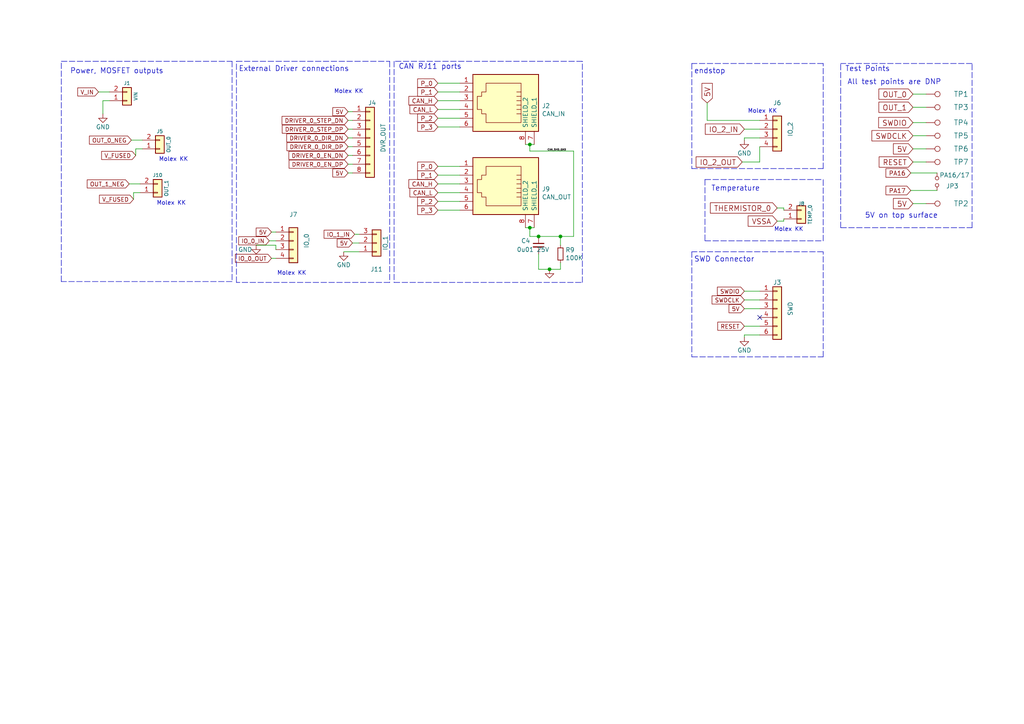
<source format=kicad_sch>
(kicad_sch (version 20211123) (generator eeschema)
  (paper "A4")
  (title_block (title "Duet 3 Expansion 1XD") (date "2022-12-08") (rev "1.1") (company "Duet3D") (comment 1 "(c) Duet3D") (comment 2 "www.duet3d.com"))
  (lib_symbols
    (symbol "Connector:TestPoint" (pin_numbers hide) (pin_names (offset 0.762) hide)
      (property "Reference" "TP" (at 0 6.858 0))
      (property "Value" "TestPoint" (at 0 5.08 0))
      (symbol "TestPoint_0_1"
        (circle (center 0 3.302) (radius 0.762))
      )
      (symbol "TestPoint_1_1"
        (pin passive line (at 0 0 90) (length 2.54) (name "1") (number "1"))
      )
    )
    (symbol "Connector_Generic:Conn_01x02" (pin_names (offset 1.016) hide)
      (property "Reference" "J" (at 0 2.54 0))
      (property "Value" "Conn_01x02" (at 0 -5.08 0))
      (symbol "Conn_01x02_1_1"
        (rectangle (start -1.27 -2.413) (end 0 -2.667) (stroke (width 0.1524)))
        (rectangle (start -1.27 0.127) (end 0 -0.127) (stroke (width 0.1524)))
        (rectangle (start -1.27 1.27) (end 1.27 -3.81) (stroke (width 0.254)) (fill (type background)))
        (pin passive line (at -5.08 0 0) (length 3.81) (name "Pin_1") (number "1"))
        (pin passive line (at -5.08 -2.54 0) (length 3.81) (name "Pin_2") (number "2"))
      )
    )
    (symbol "Connector_Generic:Conn_01x03" (pin_names (offset 1.016) hide)
      (property "Reference" "J" (at 0 5.08 0))
      (property "Value" "Conn_01x03" (at 0 -5.08 0))
      (symbol "Conn_01x03_1_1"
        (rectangle (start -1.27 -2.413) (end 0 -2.667) (stroke (width 0.1524)))
        (rectangle (start -1.27 0.127) (end 0 -0.127) (stroke (width 0.1524)))
        (rectangle (start -1.27 2.667) (end 0 2.413) (stroke (width 0.1524)))
        (rectangle (start -1.27 3.81) (end 1.27 -3.81) (stroke (width 0.254)) (fill (type background)))
        (pin passive line (at -5.08 2.54 0) (length 3.81) (name "Pin_1") (number "1"))
        (pin passive line (at -5.08 0 0) (length 3.81) (name "Pin_2") (number "2"))
        (pin passive line (at -5.08 -2.54 0) (length 3.81) (name "Pin_3") (number "3"))
      )
    )
    (symbol "Connector_Generic:Conn_01x04" (pin_names (offset 1.016) hide)
      (property "Reference" "J" (at 0 5.08 0))
      (property "Value" "Conn_01x04" (at 0 -7.62 0))
      (symbol "Conn_01x04_1_1"
        (rectangle (start -1.27 -4.953) (end 0 -5.207) (stroke (width 0.1524)))
        (rectangle (start -1.27 -2.413) (end 0 -2.667) (stroke (width 0.1524)))
        (rectangle (start -1.27 0.127) (end 0 -0.127) (stroke (width 0.1524)))
        (rectangle (start -1.27 2.667) (end 0 2.413) (stroke (width 0.1524)))
        (rectangle (start -1.27 3.81) (end 1.27 -6.35) (stroke (width 0.254)) (fill (type background)))
        (pin passive line (at -5.08 2.54 0) (length 3.81) (name "Pin_1") (number "1"))
        (pin passive line (at -5.08 0 0) (length 3.81) (name "Pin_2") (number "2"))
        (pin passive line (at -5.08 -2.54 0) (length 3.81) (name "Pin_3") (number "3"))
        (pin passive line (at -5.08 -5.08 0) (length 3.81) (name "Pin_4") (number "4"))
      )
    )
    (symbol "Connector_Generic:Conn_01x06" (pin_names (offset 1.016) hide)
      (property "Reference" "J" (at 0 7.62 0))
      (property "Value" "Conn_01x06" (at 0 -10.16 0))
      (symbol "Conn_01x06_1_1"
        (rectangle (start -1.27 -7.493) (end 0 -7.747) (stroke (width 0.1524)))
        (rectangle (start -1.27 -4.953) (end 0 -5.207) (stroke (width 0.1524)))
        (rectangle (start -1.27 -2.413) (end 0 -2.667) (stroke (width 0.1524)))
        (rectangle (start -1.27 0.127) (end 0 -0.127) (stroke (width 0.1524)))
        (rectangle (start -1.27 2.667) (end 0 2.413) (stroke (width 0.1524)))
        (rectangle (start -1.27 5.207) (end 0 4.953) (stroke (width 0.1524)))
        (rectangle (start -1.27 6.35) (end 1.27 -8.89) (stroke (width 0.254)) (fill (type background)))
        (pin passive line (at -5.08 5.08 0) (length 3.81) (name "Pin_1") (number "1"))
        (pin passive line (at -5.08 2.54 0) (length 3.81) (name "Pin_2") (number "2"))
        (pin passive line (at -5.08 0 0) (length 3.81) (name "Pin_3") (number "3"))
        (pin passive line (at -5.08 -2.54 0) (length 3.81) (name "Pin_4") (number "4"))
        (pin passive line (at -5.08 -5.08 0) (length 3.81) (name "Pin_5") (number "5"))
        (pin passive line (at -5.08 -7.62 0) (length 3.81) (name "Pin_6") (number "6"))
      )
    )
    (symbol "Connector_Generic:Conn_01x08" (pin_names (offset 1.016) hide)
      (property "Reference" "J" (at 0 10.16 0))
      (property "Value" "Conn_01x08" (at 0 -12.7 0))
      (symbol "Conn_01x08_1_1"
        (rectangle (start -1.27 -10.033) (end 0 -10.287) (stroke (width 0.1524)))
        (rectangle (start -1.27 -7.493) (end 0 -7.747) (stroke (width 0.1524)))
        (rectangle (start -1.27 -4.953) (end 0 -5.207) (stroke (width 0.1524)))
        (rectangle (start -1.27 -2.413) (end 0 -2.667) (stroke (width 0.1524)))
        (rectangle (start -1.27 0.127) (end 0 -0.127) (stroke (width 0.1524)))
        (rectangle (start -1.27 2.667) (end 0 2.413) (stroke (width 0.1524)))
        (rectangle (start -1.27 5.207) (end 0 4.953) (stroke (width 0.1524)))
        (rectangle (start -1.27 7.747) (end 0 7.493) (stroke (width 0.1524)))
        (rectangle (start -1.27 8.89) (end 1.27 -11.43) (stroke (width 0.254)) (fill (type background)))
        (pin passive line (at -5.08 7.62 0) (length 3.81) (name "Pin_1") (number "1"))
        (pin passive line (at -5.08 5.08 0) (length 3.81) (name "Pin_2") (number "2"))
        (pin passive line (at -5.08 2.54 0) (length 3.81) (name "Pin_3") (number "3"))
        (pin passive line (at -5.08 0 0) (length 3.81) (name "Pin_4") (number "4"))
        (pin passive line (at -5.08 -2.54 0) (length 3.81) (name "Pin_5") (number "5"))
        (pin passive line (at -5.08 -5.08 0) (length 3.81) (name "Pin_6") (number "6"))
        (pin passive line (at -5.08 -7.62 0) (length 3.81) (name "Pin_7") (number "7"))
        (pin passive line (at -5.08 -10.16 0) (length 3.81) (name "Pin_8") (number "8"))
      )
    )
    (symbol "Device:C_Small" (pin_numbers hide) (pin_names (offset 0.254) hide)
      (property "Reference" "C" (at 0.254 1.778 0))
      (property "Value" "C_Small" (at 0.254 -2.032 0))
      (symbol "C_Small_0_1"
        (polyline (pts (xy -1.524 -0.508) (xy 1.524 -0.508)) (stroke (width 0.3302)))
        (polyline (pts (xy -1.524 0.508) (xy 1.524 0.508)) (stroke (width 0.3048)))
      )
      (symbol "C_Small_1_1"
        (pin passive line (at 0 2.54 270) (length 2.032) (name "~") (number "1"))
        (pin passive line (at 0 -2.54 90) (length 2.032) (name "~") (number "2"))
      )
    )
    (symbol "Device:Jumper_NO_Small" (pin_numbers hide) (pin_names (offset 0.762) hide)
      (property "Reference" "JP" (at 0 2.032 0))
      (property "Value" "Device_Jumper_NO_Small" (at 0.254 -1.524 0))
      (symbol "Jumper_NO_Small_0_1"
        (circle (center -1.016 0) (radius 0.508))
        (circle (center 1.016 0) (radius 0.508))
        (pin passive line (at -2.54 0 0) (length 1.016) (name "1") (number "1"))
        (pin passive line (at 2.54 0 180) (length 1.016) (name "2") (number "2"))
      )
    )
    (symbol "Device:R_Small" (pin_numbers hide) (pin_names (offset 0.254) hide)
      (property "Reference" "R" (at 0.762 0.508 0))
      (property "Value" "R_Small" (at 0.762 -1.016 0))
      (symbol "R_Small_0_1"
        (rectangle (start -0.762 1.778) (end 0.762 -1.778) (stroke (width 0.2032)))
      )
      (symbol "R_Small_1_1"
        (pin passive line (at 0 2.54 270) (length 0.762) (name "~") (number "1"))
        (pin passive line (at 0 -2.54 90) (length 0.762) (name "~") (number "2"))
      )
    )
    (symbol "Duet3:RJ12-Connector_Specialized" (pin_names (offset 1.016))
      (property "Reference" "J" (at 5.08 12.7 0))
      (property "Value" "RJ12-Connector_Specialized" (at -3.81 12.7 0))
      (symbol "RJ12-Connector_Specialized_0_1"
        (polyline (pts (xy -2.54 6.35) (xy -2.54 5.08) (xy -2.54 5.08)))
        (polyline (pts (xy -1.27 6.35) (xy -1.27 5.08) (xy -1.27 5.08)))
        (polyline (pts (xy 0 6.35) (xy 0 5.08) (xy 0 5.08)))
        (polyline (pts (xy 1.27 6.35) (xy 1.27 5.08) (xy 1.27 5.08)))
        (polyline (pts (xy 2.54 6.35) (xy 2.54 5.08) (xy 2.54 5.08)))
        (polyline (pts (xy 3.81 5.08) (xy 3.81 6.35) (xy 3.81 6.35)))
        (polyline (pts (xy -5.08 6.35) (xy 6.35 6.35) (xy 6.35 -3.81) (xy 3.81 -3.81) (xy 3.81 -5.08) (xy 2.54 -5.08) (xy 2.54 -6.35) (xy -1.27 -6.35) (xy -1.27 -5.08) (xy -2.54 -5.08) (xy -2.54 -3.81) (xy -5.08 -3.81) (xy -5.08 6.35) (xy -5.08 6.35)))
        (rectangle (start 8.89 -7.62) (end -7.62 11.43) (stroke (width 0.254)) (fill (type background)))
      )
      (symbol "RJ12-Connector_Specialized_1_1"
        (pin passive line (at -5.08 -11.43 90) (length 3.81) (name "~") (number "1"))
        (pin passive line (at -2.54 -11.43 90) (length 3.81) (name "~") (number "2"))
        (pin passive line (at 0 -11.43 90) (length 3.81) (name "~") (number "3"))
        (pin passive line (at 2.54 -11.43 90) (length 3.81) (name "~") (number "4"))
        (pin passive line (at 5.08 -11.43 90) (length 3.81) (name "~") (number "5"))
        (pin passive line (at 7.62 -11.43 90) (length 3.81) (name "~") (number "6"))
        (pin passive line (at 12.7 10.16 180) (length 3.81) (name "SHIELD_1") (number "7"))
        (pin passive line (at 12.7 7.62 180) (length 3.81) (name "SHIELD_2") (number "8"))
      )
    )
    (symbol "power:GND" (power) (pin_numbers hide) (pin_names (offset 0) hide)
      (property "Value" "GND" (at 0 -3.81 0))
      (symbol "GND_0_1"
        (polyline (pts (xy 0 0) (xy 0 -1.27) (xy 1.27 -1.27) (xy 0 -2.54) (xy -1.27 -1.27) (xy 0 -1.27)))
      )
      (symbol "GND_1_1"
        (pin power_in line (at 0 0 270) (length 0) hide (name "GND") (number "1"))
      )
    )
  )
  (junction (at 153.67 66.04))
  (junction (at 156.21 68.58))
  (junction (at 153.67 41.91))
  (junction (at 159.385 78.105))
  (junction (at 162.56 68.58))
  (no_connect (at 220.345 92.075))
  (polyline (pts (xy 200.66 18.415) (xy 200.66 48.895)))
  (polyline (pts (xy 200.66 48.895) (xy 238.76 48.895)))
  (wire (pts (xy 225.425 60.325) (xy 227.33 60.325)))
  (wire (pts (xy 215.9 40.64) (xy 215.9 40.005)))
  (polyline (pts (xy 243.84 66.04) (xy 281.94 66.04)))
  (wire (pts (xy 264.795 59.055) (xy 268.605 59.055)))
  (wire (pts (xy 127 48.26) (xy 133.35 48.26)))
  (wire (pts (xy 225.425 64.135) (xy 227.33 64.135)))
  (polyline (pts (xy 281.94 66.04) (xy 281.94 18.415)))
  (wire (pts (xy 268.605 35.56) (xy 264.795 35.56)))
  (wire (pts (xy 78.74 67.31) (xy 80.01 67.31)))
  (wire (pts (xy 100.965 32.385) (xy 102.235 32.385)))
  (wire (pts (xy 80.01 71.12) (xy 80.01 72.39)))
  (wire (pts (xy 215.9 37.465) (xy 220.345 37.465)))
  (polyline (pts (xy 168.91 17.78) (xy 114.3 17.78)))
  (wire (pts (xy 29.845 33.02) (xy 29.845 29.21)))
  (wire (pts (xy 264.16 55.245) (xy 271.78 55.245)))
  (wire (pts (xy 215.9 94.615) (xy 220.345 94.615)))
  (polyline (pts (xy 238.76 48.895) (xy 238.76 18.415)))
  (wire (pts (xy 127 24.13) (xy 133.35 24.13)))
  (polyline (pts (xy 238.76 103.505) (xy 238.76 73.025)))
  (polyline (pts (xy 168.91 81.915) (xy 168.91 17.78)))
  (polyline (pts (xy 204.47 69.85) (xy 238.76 69.85)))
  (wire (pts (xy 39.37 43.18) (xy 41.275 43.18)))
  (wire (pts (xy 28.575 26.67) (xy 31.75 26.67)))
  (wire (pts (xy 215.9 40.005) (xy 220.345 40.005)))
  (wire (pts (xy 162.56 71.12) (xy 162.56 68.58)))
  (polyline (pts (xy 68.58 81.915) (xy 68.58 17.78)))
  (wire (pts (xy 100.965 40.005) (xy 102.235 40.005)))
  (polyline (pts (xy 238.76 18.415) (xy 200.66 18.415)))
  (wire (pts (xy 38.1 40.64) (xy 41.275 40.64)))
  (polyline (pts (xy 68.58 17.78) (xy 113.03 17.78)))
  (wire (pts (xy 102.87 67.945) (xy 104.14 67.945)))
  (polyline (pts (xy 243.84 66.04) (xy 243.84 18.415)))
  (wire (pts (xy 268.605 27.305) (xy 264.795 27.305)))
  (wire (pts (xy 156.21 68.58) (xy 162.56 68.58)))
  (wire (pts (xy 166.37 68.58) (xy 166.37 43.815)))
  (wire (pts (xy 127 58.42) (xy 133.35 58.42)))
  (polyline (pts (xy 200.66 103.505) (xy 238.76 103.505)))
  (wire (pts (xy 100.965 50.165) (xy 102.235 50.165)))
  (polyline (pts (xy 17.78 17.78) (xy 67.31 17.78)))
  (wire (pts (xy 156.21 73.66) (xy 156.21 78.105)))
  (polyline (pts (xy 200.66 73.025) (xy 200.66 103.505)))
  (wire (pts (xy 152.4 66.04) (xy 153.67 66.04)))
  (wire (pts (xy 74.295 71.12) (xy 80.01 71.12)))
  (wire (pts (xy 264.16 50.165) (xy 271.78 50.165)))
  (wire (pts (xy 127 55.88) (xy 133.35 55.88)))
  (wire (pts (xy 39.37 45.085) (xy 39.37 43.18)))
  (polyline (pts (xy 281.94 18.415) (xy 243.84 18.415)))
  (wire (pts (xy 80.01 69.85) (xy 78.105 69.85)))
  (wire (pts (xy 127 26.67) (xy 133.35 26.67)))
  (wire (pts (xy 268.605 39.37) (xy 264.795 39.37)))
  (wire (pts (xy 127 60.96) (xy 133.35 60.96)))
  (wire (pts (xy 268.605 31.115) (xy 264.795 31.115)))
  (wire (pts (xy 152.4 41.91) (xy 153.67 41.91)))
  (wire (pts (xy 268.605 43.18) (xy 264.795 43.18)))
  (wire (pts (xy 159.385 78.105) (xy 162.56 78.105)))
  (wire (pts (xy 153.67 66.04) (xy 154.94 66.04)))
  (polyline (pts (xy 238.76 73.025) (xy 200.66 73.025)))
  (wire (pts (xy 153.67 43.815) (xy 153.67 41.91)))
  (polyline (pts (xy 67.31 81.661) (xy 17.78 81.661)))
  (wire (pts (xy 220.345 46.99) (xy 220.345 42.545)))
  (wire (pts (xy 166.37 43.815) (xy 153.67 43.815)))
  (wire (pts (xy 127 50.8) (xy 133.35 50.8)))
  (wire (pts (xy 38.735 57.785) (xy 38.735 55.88)))
  (polyline (pts (xy 67.31 17.78) (xy 67.31 81.661)))
  (wire (pts (xy 205.105 29.845) (xy 205.105 34.925)))
  (wire (pts (xy 99.695 73.025) (xy 104.14 73.025)))
  (wire (pts (xy 268.605 46.99) (xy 264.795 46.99)))
  (wire (pts (xy 156.21 78.105) (xy 159.385 78.105)))
  (wire (pts (xy 215.9 84.455) (xy 220.345 84.455)))
  (wire (pts (xy 127 36.83) (xy 133.35 36.83)))
  (wire (pts (xy 127 31.75) (xy 133.35 31.75)))
  (wire (pts (xy 100.965 42.545) (xy 102.235 42.545)))
  (wire (pts (xy 102.235 34.925) (xy 100.965 34.925)))
  (wire (pts (xy 104.14 70.485) (xy 102.235 70.485)))
  (wire (pts (xy 29.845 29.21) (xy 31.75 29.21)))
  (wire (pts (xy 38.735 55.88) (xy 40.64 55.88)))
  (polyline (pts (xy 238.76 69.85) (xy 238.76 52.07)))
  (wire (pts (xy 227.33 64.135) (xy 227.33 63.5)))
  (wire (pts (xy 100.965 47.625) (xy 102.235 47.625)))
  (polyline (pts (xy 204.47 52.07) (xy 204.47 69.85)))
  (wire (pts (xy 227.33 60.325) (xy 227.33 60.96)))
  (wire (pts (xy 205.105 34.925) (xy 220.345 34.925)))
  (wire (pts (xy 215.9 89.535) (xy 220.345 89.535)))
  (wire (pts (xy 102.235 37.465) (xy 100.965 37.465)))
  (wire (pts (xy 153.67 66.04) (xy 153.67 68.58)))
  (wire (pts (xy 215.9 97.155) (xy 220.345 97.155)))
  (wire (pts (xy 153.67 41.91) (xy 154.94 41.91)))
  (wire (pts (xy 215.9 86.995) (xy 220.345 86.995)))
  (polyline (pts (xy 114.3 81.915) (xy 168.91 81.915)))
  (polyline (pts (xy 204.47 52.07) (xy 238.76 52.07)))
  (polyline (pts (xy 113.03 17.78) (xy 113.03 81.915)))
  (wire (pts (xy 127 29.21) (xy 133.35 29.21)))
  (wire (pts (xy 215.9 97.79) (xy 215.9 97.155)))
  (wire (pts (xy 78.74 74.93) (xy 80.01 74.93)))
  (wire (pts (xy 127 53.34) (xy 133.35 53.34)))
  (wire (pts (xy 37.465 53.34) (xy 40.64 53.34)))
  (polyline (pts (xy 113.03 81.915) (xy 68.58 81.915)))
  (wire (pts (xy 162.56 68.58) (xy 166.37 68.58)))
  (wire (pts (xy 153.67 68.58) (xy 156.21 68.58)))
  (polyline (pts (xy 17.78 81.661) (xy 17.78 17.78)))
  (polyline (pts (xy 114.3 17.78) (xy 114.3 81.915)))
  (wire (pts (xy 162.56 78.105) (xy 162.56 76.2)))
  (wire (pts (xy 100.965 45.085) (xy 102.235 45.085)))
  (wire (pts (xy 127 34.29) (xy 133.35 34.29)))
  (wire (pts (xy 215.265 46.99) (xy 220.345 46.99)))
  (text "Molex KK" (at 225.425 33.02 180) (effects (font (size 1.1938 1.1938)) (justify right bottom)))
  (text "Molex KK" (at 105.41 27.305 180) (effects (font (size 1.1938 1.1938)) (justify right bottom)))
  (text "Power, MOSFET outputs" (at 20.32 21.59 0) (effects (font (size 1.524 1.524)) (justify left bottom)))
  (text "Molex KK" (at 54.61 46.99 180) (effects (font (size 1.1938 1.1938)) (justify right bottom)))
  (text "Molex KK" (at 88.9 80.01 180) (effects (font (size 1.1938 1.1938)) (justify right bottom)))
  (text "CAN RJ11 ports" (at 115.57 20.32 0) (effects (font (size 1.524 1.524)) (justify left bottom)))
  (text "All test points are DNP" (at 245.745 24.765 0) (effects (font (size 1.524 1.524)) (justify left bottom)))
  (text "5V on top surface" (at 250.825 63.5 0) (effects (font (size 1.524 1.524)) (justify left bottom)))
  (text "Molex KK" (at 233.045 67.31 180) (effects (font (size 1.1938 1.1938)) (justify right bottom)))
  (text "Test Points" (at 245.11 20.955 0) (effects (font (size 1.524 1.524)) (justify left bottom)))
  (text "SWD Connector" (at 201.295 76.2 0) (effects (font (size 1.524 1.524)) (justify left bottom)))
  (text "External Driver connections" (at 69.215 20.955 0) (effects (font (size 1.524 1.524)) (justify left bottom)))
  (text "Temperature" (at 206.248 55.626 0) (effects (font (size 1.524 1.524)) (justify left bottom)))
  (text "endstop" (at 201.295 21.59 0) (effects (font (size 1.524 1.524)) (justify left bottom)))
  (text "Molex KK" (at 53.975 59.69 180) (effects (font (size 1.1938 1.1938)) (justify right bottom)))
  (label "CAN_SHD_GND" (at 158.75 43.815 0) (effects (font (size 0.508 0.508))))
  (global_label "RESET" (shape input) (at 264.795 46.99 180) (effects (font (size 1.524 1.524))) (property "Intersheet References" "${INTERSHEET_REFS}" (effects hide)))
  (global_label "OUT_1" (shape input) (at 264.795 31.115 180) (effects (font (size 1.524 1.524))) (property "Intersheet References" "${INTERSHEET_REFS}" (effects hide)))
  (global_label "V_FUSED" (shape input) (at 38.735 57.785 180) (effects (font (size 1.1938 1.1938))) (property "Intersheet References" "${INTERSHEET_REFS}" (effects hide)))
  (global_label "5V" (shape input) (at 215.9 89.535 180) (effects (font (size 1.2 1.2))) (property "Intersheet References" "${INTERSHEET_REFS}" (effects hide)))
  (global_label "5V" (shape input) (at 264.795 59.055 180) (effects (font (size 1.524 1.524))) (property "Intersheet References" "${INTERSHEET_REFS}" (effects hide)))
  (global_label "IO_0_OUT" (shape input) (at 78.74 74.93 180) (effects (font (size 1.1938 1.1938))) (property "Intersheet References" "${INTERSHEET_REFS}" (effects hide)))
  (global_label "OUT_1_NEG" (shape input) (at 37.465 53.34 180) (effects (font (size 1.1938 1.1938))) (property "Intersheet References" "${INTERSHEET_REFS}" (effects hide)))
  (global_label "IO_0_IN" (shape input) (at 78.105 69.85 180) (effects (font (size 1.1938 1.1938))) (property "Intersheet References" "${INTERSHEET_REFS}" (effects hide)))
  (global_label "5V" (shape input) (at 78.74 67.31 180) (effects (font (size 1.1938 1.1938))) (property "Intersheet References" "${INTERSHEET_REFS}" (effects hide)))
  (global_label "5V" (shape input) (at 102.235 70.485 180) (effects (font (size 1.1938 1.1938))) (property "Intersheet References" "${INTERSHEET_REFS}" (effects hide)))
  (global_label "RESET" (shape input) (at 215.9 94.615 180) (effects (font (size 1.2 1.2))) (property "Intersheet References" "${INTERSHEET_REFS}" (effects hide)))
  (global_label "5V" (shape input) (at 205.105 29.845 90) (effects (font (size 1.524 1.524))) (property "Intersheet References" "${INTERSHEET_REFS}" (effects hide)))
  (global_label "IO_1_IN" (shape input) (at 102.87 67.945 180) (effects (font (size 1.1938 1.1938))) (property "Intersheet References" "${INTERSHEET_REFS}" (effects hide)))
  (global_label "CAN_H" (shape input) (at 127 53.34 180) (property "Intersheet References" "${INTERSHEET_REFS}" (effects hide)))
  (global_label "P_1" (shape input) (at 127 26.67 180) (property "Intersheet References" "${INTERSHEET_REFS}" (effects hide)))
  (global_label "IO_2_IN" (shape input) (at 215.9 37.465 180) (effects (font (size 1.524 1.524))) (property "Intersheet References" "${INTERSHEET_REFS}" (effects hide)))
  (global_label "5V" (shape input) (at 264.795 43.18 180) (effects (font (size 1.524 1.524))) (property "Intersheet References" "${INTERSHEET_REFS}" (effects hide)))
  (global_label "DRIVER_0_DIR_DN" (shape input) (at 100.965 40.005 180) (effects (font (size 1.1938 1.1938))) (property "Intersheet References" "${INTERSHEET_REFS}" (effects hide)))
  (global_label "OUT_0_NEG" (shape input) (at 38.1 40.64 180) (effects (font (size 1.1938 1.1938))) (property "Intersheet References" "${INTERSHEET_REFS}" (effects hide)))
  (global_label "SWDCLK" (shape input) (at 264.795 39.37 180) (effects (font (size 1.524 1.524))) (property "Intersheet References" "${INTERSHEET_REFS}" (effects hide)))
  (global_label "P_0" (shape input) (at 127 48.26 180) (property "Intersheet References" "${INTERSHEET_REFS}" (effects hide)))
  (global_label "P_2" (shape input) (at 127 58.42 180) (property "Intersheet References" "${INTERSHEET_REFS}" (effects hide)))
  (global_label "THERMISTOR_0" (shape input) (at 225.425 60.325 180) (effects (font (size 1.524 1.524))) (property "Intersheet References" "${INTERSHEET_REFS}" (effects hide)))
  (global_label "P_2" (shape input) (at 127 34.29 180) (property "Intersheet References" "${INTERSHEET_REFS}" (effects hide)))
  (global_label "SWDIO" (shape input) (at 264.795 35.56 180) (effects (font (size 1.524 1.524))) (property "Intersheet References" "${INTERSHEET_REFS}" (effects hide)))
  (global_label "DRIVER_0_EN_DN" (shape input) (at 100.965 45.085 180) (effects (font (size 1.1938 1.1938))) (property "Intersheet References" "${INTERSHEET_REFS}" (effects hide)))
  (global_label "CAN_L" (shape input) (at 127 31.75 180) (property "Intersheet References" "${INTERSHEET_REFS}" (effects hide)))
  (global_label "V_FUSED" (shape input) (at 39.37 45.085 180) (effects (font (size 1.1938 1.1938))) (property "Intersheet References" "${INTERSHEET_REFS}" (effects hide)))
  (global_label "P_0" (shape input) (at 127 24.13 180) (property "Intersheet References" "${INTERSHEET_REFS}" (effects hide)))
  (global_label "PA16" (shape input) (at 264.16 50.165 180) (property "Intersheet References" "${INTERSHEET_REFS}" (effects hide)))
  (global_label "SWDIO" (shape input) (at 215.9 84.455 180) (effects (font (size 1.2 1.2))) (property "Intersheet References" "${INTERSHEET_REFS}" (effects hide)))
  (global_label "DRIVER_0_EN_DP" (shape input) (at 100.965 47.625 180) (effects (font (size 1.1938 1.1938))) (property "Intersheet References" "${INTERSHEET_REFS}" (effects hide)))
  (global_label "P_3" (shape input) (at 127 36.83 180) (property "Intersheet References" "${INTERSHEET_REFS}" (effects hide)))
  (global_label "5V" (shape input) (at 100.965 32.385 180) (effects (font (size 1.1938 1.1938))) (property "Intersheet References" "${INTERSHEET_REFS}" (effects hide)))
  (global_label "PA17" (shape input) (at 264.16 55.245 180) (property "Intersheet References" "${INTERSHEET_REFS}" (effects hide)))
  (global_label "DRIVER_0_DIR_DP" (shape input) (at 100.965 42.545 180) (effects (font (size 1.1938 1.1938))) (property "Intersheet References" "${INTERSHEET_REFS}" (effects hide)))
  (global_label "DRIVER_0_STEP_DP" (shape input) (at 100.965 37.465 180) (effects (font (size 1.1938 1.1938))) (property "Intersheet References" "${INTERSHEET_REFS}" (effects hide)))
  (global_label "DRIVER_0_STEP_DN" (shape input) (at 100.965 34.925 180) (effects (font (size 1.1938 1.1938))) (property "Intersheet References" "${INTERSHEET_REFS}" (effects hide)))
  (global_label "CAN_H" (shape input) (at 127 29.21 180) (property "Intersheet References" "${INTERSHEET_REFS}" (effects hide)))
  (global_label "P_3" (shape input) (at 127 60.96 180) (property "Intersheet References" "${INTERSHEET_REFS}" (effects hide)))
  (global_label "SWDCLK" (shape input) (at 215.9 86.995 180) (effects (font (size 1.2 1.2))) (property "Intersheet References" "${INTERSHEET_REFS}" (effects hide)))
  (global_label "V_IN" (shape input) (at 28.575 26.67 180) (effects (font (size 1.1938 1.1938))) (property "Intersheet References" "${INTERSHEET_REFS}" (effects hide)))
  (global_label "5V" (shape input) (at 100.965 50.165 180) (effects (font (size 1.1938 1.1938))) (property "Intersheet References" "${INTERSHEET_REFS}" (effects hide)))
  (global_label "OUT_0" (shape input) (at 264.795 27.305 180) (effects (font (size 1.524 1.524))) (property "Intersheet References" "${INTERSHEET_REFS}" (effects hide)))
  (global_label "P_1" (shape input) (at 127 50.8 180) (property "Intersheet References" "${INTERSHEET_REFS}" (effects hide)))
  (global_label "VSSA" (shape input) (at 225.425 64.135 180) (effects (font (size 1.524 1.524))) (property "Intersheet References" "${INTERSHEET_REFS}" (effects hide)))
  (global_label "CAN_L" (shape input) (at 127 55.88 180) (property "Intersheet References" "${INTERSHEET_REFS}" (effects hide)))
  (global_label "IO_2_OUT" (shape input) (at 215.265 46.99 180) (effects (font (size 1.524 1.524))) (property "Intersheet References" "${INTERSHEET_REFS}" (effects hide)))
  (symbol (lib_id "Connector_Generic:Conn_01x02") (at 232.41 63.5 0) (mirror x) (unit 1)
    (property "Reference" "J8" (at 232.41 59.055 0) (effects (font (size 1.016 1.016))))
    (property "Value" "TEMP_0" (at 234.95 62.23 90) (effects (font (size 1.016 1.016))))
    (property "Footprint" "Connector_Molex:Molex_KK-254_AE-6410-02A_1x02_P2.54mm_Vertical" (effects hide))
    (property "Part Number" "61900211121" (effects hide))
  )
  (symbol (lib_id "Connector:TestPoint") (at 268.605 27.305 270) (unit 1)
    (property "Reference" "TP1" (at 278.765 27.305 90) (effects (font (size 1.524 1.524))))
    (property "Value" "OUT_0" (effects hide))
    (property "Footprint" "TestPoint:TestPoint_Pad_D2.0mm" (effects hide))
    (property "Part Number" "virtual component - DNP" (effects hide))
  )
  (symbol (lib_id "Connector_Generic:Conn_01x02") (at 36.83 29.21 0) (mirror x) (unit 1)
    (property "Reference" "J1" (at 36.83 24.13 0) (effects (font (size 1.016 1.016))))
    (property "Value" "VIN" (at 39.37 27.94 90) (effects (font (size 1.016 1.016))))
    (property "Footprint" "Connector_JST:JST_VH_B2P-VH_1x02_P3.96mm_Vertical" (effects hide))
    (property "Part Number" "B2P-VH(LF)(SN)" (effects hide))
  )
  (symbol (lib_id "Connector_Generic:Conn_01x08") (at 107.315 40.005 0) (unit 1)
    (property "Reference" "J4" (at 107.95 29.845 0))
    (property "Value" "DVR_OUT" (at 111.125 40.005 90))
    (property "Footprint" "Connector_Molex:Molex_KK-254_AE-6410-08A_1x08_P2.54mm_Vertical" (effects hide))
    (property "Part Number" "61900811121" (effects hide))
  )
  (symbol (lib_id "Connector_Generic:Conn_01x02") (at 45.72 55.88 0) (mirror x) (unit 1)
    (property "Reference" "J10" (at 45.72 50.8 0) (effects (font (size 1.016 1.016))))
    (property "Value" "OUT_1" (at 48.26 54.61 90) (effects (font (size 1.016 1.016))))
    (property "Footprint" "Connector_Molex:Molex_KK-254_AE-6410-02A_1x02_P2.54mm_Vertical" (effects hide))
    (property "Part Number" "61900211121" (effects hide))
  )
  (symbol (lib_id "Connector:TestPoint") (at 268.605 31.115 270) (unit 1)
    (property "Reference" "TP3" (at 278.765 31.115 90) (effects (font (size 1.524 1.524))))
    (property "Value" "OUT_1" (effects hide))
    (property "Footprint" "TestPoint:TestPoint_Pad_D2.0mm" (effects hide))
    (property "Part Number" "virtual component - DNP" (effects hide))
  )
  (symbol (lib_id "Connector_Generic:Conn_01x02") (at 46.355 43.18 0) (mirror x) (unit 1)
    (property "Reference" "J5" (at 46.355 38.1 0) (effects (font (size 1.016 1.016))))
    (property "Value" "OUT_0" (at 48.895 41.91 90) (effects (font (size 1.016 1.016))))
    (property "Footprint" "Connector_Molex:Molex_KK-254_AE-6410-02A_1x02_P2.54mm_Vertical" (effects hide))
    (property "Part Number" "61900211121" (effects hide))
  )
  (symbol (lib_id "Connector_Generic:Conn_01x04") (at 85.09 69.85 0) (unit 1)
    (property "Reference" "J7" (at 85.09 62.23 0))
    (property "Value" "IO_0" (at 88.9 69.85 90))
    (property "Footprint" "Connector_Molex:Molex_KK-254_AE-6410-04A_1x04_P2.54mm_Vertical" (effects hide))
    (property "Part Number" "61900411121" (effects hide))
  )
  (symbol (lib_id "power:GND") (at 74.295 71.12 0) (unit 1)
    (property "Reference" "#PWR0110" (effects hide))
    (property "Value" "GND" (at 71.12 72.39 0))
  )
  (symbol (lib_id "Connector_Generic:Conn_01x04") (at 225.425 37.465 0) (unit 1)
    (property "Reference" "J6" (at 225.425 29.845 0))
    (property "Value" "IO_2" (at 229.235 37.465 90))
    (property "Footprint" "Connector_Molex:Molex_KK-254_AE-6410-04A_1x04_P2.54mm_Vertical" (effects hide))
    (property "Part Number" "61900411121" (effects hide))
  )
  (symbol (lib_id "power:GND") (at 215.9 40.64 0) (unit 1)
    (property "Reference" "#PWR0111" (effects hide))
    (property "Value" "GND" (at 215.9 44.45 0))
  )
  (symbol (lib_id "Duet3:RJ12-Connector_Specialized") (at 144.78 29.21 270) (unit 1)
    (property "Reference" "J2" (at 157.1498 30.7086 90) (effects (justify left)))
    (property "Value" "CAN_IN" (at 157.1498 33.02 90) (effects (justify left)))
    (property "Footprint" "complib:RJ11_6P6C_half_shield" (effects hide))
    (property "Datasheet" "https://www.electronicsdatasheets.com/download/54c77f1ee34e240908c3e0ea.pdf?format=pdf" (effects hide))
    (property "Part Number" "615006143421" (effects hide))
  )
  (symbol (lib_id "Duet3:RJ12-Connector_Specialized") (at 144.78 53.34 270) (unit 1)
    (property "Reference" "J9" (at 157.1498 54.8386 90) (effects (justify left)))
    (property "Value" "CAN_OUT" (at 157.1498 57.15 90) (effects (justify left)))
    (property "Footprint" "complib:RJ11_6P6C_half_shield" (effects hide))
    (property "Datasheet" "https://www.electronicsdatasheets.com/download/54c77f1ee34e240908c3e0ea.pdf?format=pdf" (effects hide))
    (property "Part Number" "615006143421" (effects hide))
  )
  (symbol (lib_id "power:GND") (at 159.385 78.105 0) (unit 1)
    (property "Reference" "#PWR01" (effects hide))
    (property "Value" "GND" (effects hide))
  )
  (symbol (lib_id "Device:C_Small") (at 156.21 71.12 0) (unit 1)
    (property "Reference" "C4" (at 151.13 69.85 0) (effects (justify left)))
    (property "Value" "0u01 25V" (at 149.86 72.39 0) (effects (justify left)))
    (property "Footprint" "Capacitor_SMD:C_0402_1005Metric_Wbry" (effects hide))
    (property "Part Number" "TMK105B7103KV-F" (effects hide))
  )
  (symbol (lib_id "Device:R_Small") (at 162.56 73.66 0) (unit 1)
    (property "Reference" "R9" (at 163.9824 72.4916 0) (effects (justify left)))
    (property "Value" "100K" (at 163.9824 74.803 0) (effects (justify left)))
    (property "Footprint" "Resistor_SMD:R_0402_1005Metric_Wbry" (effects hide))
    (property "Part Number" "RK73H1ETTP1003F" (effects hide))
  )
  (symbol (lib_id "Connector_Generic:Conn_01x03") (at 109.22 70.485 0) (mirror x) (unit 1)
    (property "Reference" "J11" (at 109.22 78.105 0))
    (property "Value" "IO_1" (at 111.76 70.485 90))
    (property "Footprint" "Connector_Molex:Molex_KK-254_AE-6410-03A_1x03_P2.54mm_Vertical" (effects hide))
    (property "Part Number" "61900311121" (effects hide))
  )
  (symbol (lib_id "power:GND") (at 99.695 73.025 0) (unit 1)
    (property "Reference" "#PWR0115" (effects hide))
    (property "Value" "GND" (at 99.695 76.835 0))
  )
  (symbol (lib_id "Connector:TestPoint") (at 268.605 35.56 270) (unit 1)
    (property "Reference" "TP4" (at 278.765 35.56 90) (effects (font (size 1.524 1.524))))
    (property "Value" "SWDIO" (effects hide))
    (property "Footprint" "TestPoint:TestPoint_Pad_D2.0mm" (effects hide))
    (property "Part Number" "virtual component - DNP" (effects hide))
  )
  (symbol (lib_id "Connector:TestPoint") (at 268.605 39.37 270) (unit 1)
    (property "Reference" "TP5" (at 278.765 39.37 90) (effects (font (size 1.524 1.524))))
    (property "Value" "SWDCLK" (effects hide))
    (property "Footprint" "TestPoint:TestPoint_Pad_D2.0mm" (effects hide))
    (property "Part Number" "virtual component - DNP" (effects hide))
  )
  (symbol (lib_id "Connector:TestPoint") (at 268.605 43.18 270) (unit 1)
    (property "Reference" "TP6" (at 278.765 43.18 90) (effects (font (size 1.524 1.524))))
    (property "Value" "5V" (effects hide))
    (property "Footprint" "TestPoint:TestPoint_Pad_D2.0mm" (effects hide))
    (property "Part Number" "virtual component - DNP" (effects hide))
  )
  (symbol (lib_id "Connector:TestPoint") (at 268.605 46.99 270) (unit 1)
    (property "Reference" "TP7" (at 278.765 46.99 90) (effects (font (size 1.524 1.524))))
    (property "Value" "RST" (effects hide))
    (property "Footprint" "TestPoint:TestPoint_Pad_D2.0mm" (effects hide))
    (property "Part Number" "virtual component - DNP" (effects hide))
  )
  (symbol (lib_id "Connector:TestPoint") (at 268.605 59.055 270) (unit 1)
    (property "Reference" "TP2" (at 278.765 59.055 90) (effects (font (size 1.524 1.524))))
    (property "Value" "5V" (effects hide))
    (property "Footprint" "TestPoint:TestPoint_Pad_D2.0mm" (effects hide))
    (property "Part Number" "virtual component - DNP" (effects hide))
  )
  (symbol (lib_id "power:GND") (at 29.845 33.02 0) (unit 1)
    (property "Reference" "#PWR0106" (effects hide))
    (property "Value" "GND" (at 29.845 36.83 0))
  )
  (symbol (lib_id "power:GND") (at 215.9 97.79 0) (unit 1)
    (property "Reference" "#PWR0117" (effects hide))
    (property "Value" "GND" (at 215.9 101.6 0))
  )
  (symbol (lib_id "Device:Jumper_NO_Small") (at 271.78 52.705 90) (unit 1)
    (property "Reference" "JP3" (at 276.225 53.975 90))
    (property "Value" "PA16/17" (at 276.86 50.8 90))
    (property "Footprint" "Connector_PinHeader_2.54mm:PinHeader_1x02_P2.54mm_Vertical" (effects hide))
    (property "Part Number" "DNP" (effects hide))
  )
  (symbol (lib_id "Connector_Generic:Conn_01x06") (at 225.425 89.535 0) (unit 1)
    (property "Reference" "J3" (at 225.425 81.915 0))
    (property "Value" "SWD" (at 229.235 89.535 90))
    (property "Footprint" "complib:JST_ZH_1x06_P1.5_B6B-ZR-SM4-TF" (effects hide))
    (property "Part Number" "DNP" (effects hide))
  )
)
</source>
